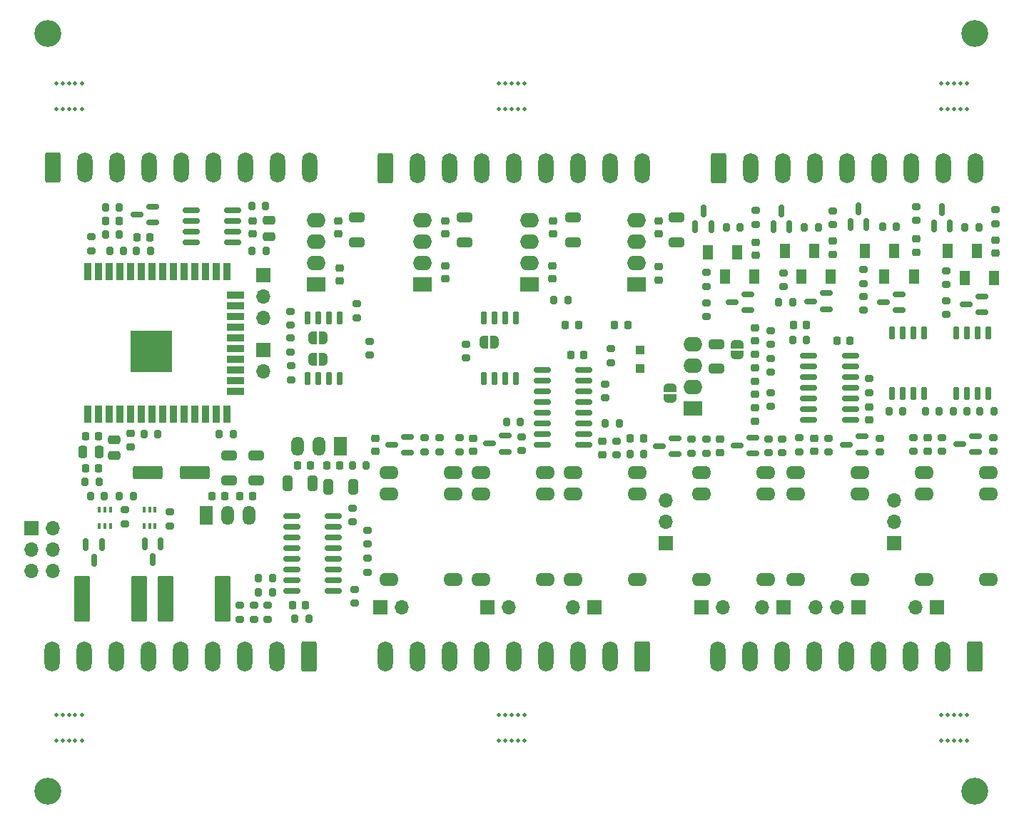
<source format=gbr>
%TF.GenerationSoftware,KiCad,Pcbnew,(6.0.4)*%
%TF.CreationDate,2022-12-17T19:50:05+01:00*%
%TF.ProjectId,bsc,6273632e-6b69-4636-9164-5f7063625858,rev?*%
%TF.SameCoordinates,Original*%
%TF.FileFunction,Soldermask,Top*%
%TF.FilePolarity,Negative*%
%FSLAX46Y46*%
G04 Gerber Fmt 4.6, Leading zero omitted, Abs format (unit mm)*
G04 Created by KiCad (PCBNEW (6.0.4)) date 2022-12-17 19:50:05*
%MOMM*%
%LPD*%
G01*
G04 APERTURE LIST*
G04 Aperture macros list*
%AMRoundRect*
0 Rectangle with rounded corners*
0 $1 Rounding radius*
0 $2 $3 $4 $5 $6 $7 $8 $9 X,Y pos of 4 corners*
0 Add a 4 corners polygon primitive as box body*
4,1,4,$2,$3,$4,$5,$6,$7,$8,$9,$2,$3,0*
0 Add four circle primitives for the rounded corners*
1,1,$1+$1,$2,$3*
1,1,$1+$1,$4,$5*
1,1,$1+$1,$6,$7*
1,1,$1+$1,$8,$9*
0 Add four rect primitives between the rounded corners*
20,1,$1+$1,$2,$3,$4,$5,0*
20,1,$1+$1,$4,$5,$6,$7,0*
20,1,$1+$1,$6,$7,$8,$9,0*
20,1,$1+$1,$8,$9,$2,$3,0*%
%AMFreePoly0*
4,1,22,0.500000,-0.750000,0.000000,-0.750000,0.000000,-0.745033,-0.079941,-0.743568,-0.215256,-0.701293,-0.333266,-0.622738,-0.424486,-0.514219,-0.481581,-0.384460,-0.499164,-0.250000,-0.500000,-0.250000,-0.500000,0.250000,-0.499164,0.250000,-0.499963,0.256109,-0.478152,0.396186,-0.417904,0.524511,-0.324060,0.630769,-0.204165,0.706417,-0.067858,0.745374,0.000000,0.744959,0.000000,0.750000,
0.500000,0.750000,0.500000,-0.750000,0.500000,-0.750000,$1*%
%AMFreePoly1*
4,1,20,0.000000,0.744959,0.073905,0.744508,0.209726,0.703889,0.328688,0.626782,0.421226,0.519385,0.479903,0.390333,0.500000,0.250000,0.500000,-0.250000,0.499851,-0.262216,0.476331,-0.402017,0.414519,-0.529596,0.319384,-0.634700,0.198574,-0.708877,0.061801,-0.746166,0.000000,-0.745033,0.000000,-0.750000,-0.500000,-0.750000,-0.500000,0.750000,0.000000,0.750000,0.000000,0.744959,
0.000000,0.744959,$1*%
G04 Aperture macros list end*
%ADD10R,1.700000X1.700000*%
%ADD11O,1.700000X1.700000*%
%ADD12RoundRect,0.250000X0.650000X-0.325000X0.650000X0.325000X-0.650000X0.325000X-0.650000X-0.325000X0*%
%ADD13C,0.500000*%
%ADD14RoundRect,0.225000X-0.250000X0.225000X-0.250000X-0.225000X0.250000X-0.225000X0.250000X0.225000X0*%
%ADD15RoundRect,0.250000X-0.475000X0.250000X-0.475000X-0.250000X0.475000X-0.250000X0.475000X0.250000X0*%
%ADD16RoundRect,0.200000X0.275000X-0.200000X0.275000X0.200000X-0.275000X0.200000X-0.275000X-0.200000X0*%
%ADD17R,1.300000X1.700000*%
%ADD18C,3.200000*%
%ADD19RoundRect,0.150000X-0.825000X-0.150000X0.825000X-0.150000X0.825000X0.150000X-0.825000X0.150000X0*%
%ADD20RoundRect,0.150000X0.150000X-0.587500X0.150000X0.587500X-0.150000X0.587500X-0.150000X-0.587500X0*%
%ADD21RoundRect,0.225000X-0.225000X-0.250000X0.225000X-0.250000X0.225000X0.250000X-0.225000X0.250000X0*%
%ADD22RoundRect,0.200000X0.200000X0.275000X-0.200000X0.275000X-0.200000X-0.275000X0.200000X-0.275000X0*%
%ADD23RoundRect,0.200000X-0.275000X0.200000X-0.275000X-0.200000X0.275000X-0.200000X0.275000X0.200000X0*%
%ADD24R,1.000000X1.000000*%
%ADD25O,2.300000X1.600000*%
%ADD26RoundRect,0.150000X0.825000X0.150000X-0.825000X0.150000X-0.825000X-0.150000X0.825000X-0.150000X0*%
%ADD27RoundRect,0.150000X0.587500X0.150000X-0.587500X0.150000X-0.587500X-0.150000X0.587500X-0.150000X0*%
%ADD28R,2.250000X1.750000*%
%ADD29O,2.250000X1.750000*%
%ADD30RoundRect,0.225000X0.225000X0.250000X-0.225000X0.250000X-0.225000X-0.250000X0.225000X-0.250000X0*%
%ADD31RoundRect,0.250000X-0.325000X-0.650000X0.325000X-0.650000X0.325000X0.650000X-0.325000X0.650000X0*%
%ADD32FreePoly0,0.000000*%
%ADD33FreePoly1,0.000000*%
%ADD34RoundRect,0.200000X-0.200000X-0.275000X0.200000X-0.275000X0.200000X0.275000X-0.200000X0.275000X0*%
%ADD35RoundRect,0.250000X-0.650000X0.325000X-0.650000X-0.325000X0.650000X-0.325000X0.650000X0.325000X0*%
%ADD36RoundRect,0.250000X-0.650000X-1.550000X0.650000X-1.550000X0.650000X1.550000X-0.650000X1.550000X0*%
%ADD37O,1.800000X3.600000*%
%ADD38RoundRect,0.218750X-0.256250X0.218750X-0.256250X-0.218750X0.256250X-0.218750X0.256250X0.218750X0*%
%ADD39R,1.500000X2.300000*%
%ADD40O,1.500000X2.300000*%
%ADD41R,0.400000X0.650000*%
%ADD42RoundRect,0.150000X0.150000X-0.650000X0.150000X0.650000X-0.150000X0.650000X-0.150000X-0.650000X0*%
%ADD43RoundRect,0.250000X0.650000X1.550000X-0.650000X1.550000X-0.650000X-1.550000X0.650000X-1.550000X0*%
%ADD44RoundRect,0.225000X0.250000X-0.225000X0.250000X0.225000X-0.250000X0.225000X-0.250000X-0.225000X0*%
%ADD45RoundRect,0.218750X-0.218750X-0.256250X0.218750X-0.256250X0.218750X0.256250X-0.218750X0.256250X0*%
%ADD46RoundRect,0.250000X-0.250000X-0.475000X0.250000X-0.475000X0.250000X0.475000X-0.250000X0.475000X0*%
%ADD47RoundRect,0.218750X0.256250X-0.218750X0.256250X0.218750X-0.256250X0.218750X-0.256250X-0.218750X0*%
%ADD48R,0.900000X2.000000*%
%ADD49R,2.000000X0.900000*%
%ADD50R,5.000000X5.000000*%
%ADD51FreePoly0,90.000000*%
%ADD52FreePoly1,90.000000*%
%ADD53RoundRect,0.150000X-0.150000X0.587500X-0.150000X-0.587500X0.150000X-0.587500X0.150000X0.587500X0*%
%ADD54RoundRect,0.150000X-0.150000X0.650000X-0.150000X-0.650000X0.150000X-0.650000X0.150000X0.650000X0*%
%ADD55RoundRect,0.250000X-1.500000X-0.550000X1.500000X-0.550000X1.500000X0.550000X-1.500000X0.550000X0*%
%ADD56RoundRect,0.218750X0.218750X0.256250X-0.218750X0.256250X-0.218750X-0.256250X0.218750X-0.256250X0*%
%ADD57RoundRect,0.250000X-0.712500X-2.475000X0.712500X-2.475000X0.712500X2.475000X-0.712500X2.475000X0*%
%ADD58RoundRect,0.250000X0.325000X0.650000X-0.325000X0.650000X-0.325000X-0.650000X0.325000X-0.650000X0*%
%ADD59RoundRect,0.250000X0.475000X-0.250000X0.475000X0.250000X-0.475000X0.250000X-0.475000X-0.250000X0*%
G04 APERTURE END LIST*
D10*
%TO.C,J14*%
X135432800Y-81584800D03*
D11*
X135432800Y-79044800D03*
X135432800Y-76504800D03*
%TD*%
D12*
%TO.C,C50*%
X56515000Y-74119000D03*
X56515000Y-71169000D03*
%TD*%
D13*
%TO.C,mouse-bite-3mm-slot*%
X142500000Y-27000000D03*
X141738000Y-30000000D03*
X140988000Y-27000000D03*
X144024000Y-27000000D03*
X142500000Y-30000000D03*
X144024000Y-30000000D03*
X143250000Y-30000000D03*
X140988000Y-30000000D03*
X143250000Y-27000000D03*
X141750000Y-27000000D03*
%TD*%
D14*
%TO.C,C11*%
X69469000Y-43294000D03*
X69469000Y-44844000D03*
%TD*%
D15*
%TO.C,C54*%
X61214000Y-43246000D03*
X61214000Y-45146000D03*
%TD*%
D16*
%TO.C,R40*%
X128115000Y-43751000D03*
X128115000Y-42101000D03*
%TD*%
D17*
%TO.C,D15*%
X127861000Y-49911000D03*
X124361000Y-49911000D03*
%TD*%
D18*
%TO.C,H1*%
X35000000Y-21000000D03*
%TD*%
D10*
%TO.C,J9*%
X74422000Y-89154000D03*
D11*
X76962000Y-89154000D03*
%TD*%
D19*
%TO.C,U11*%
X125287000Y-59309000D03*
X125287000Y-60579000D03*
X125287000Y-61849000D03*
X125287000Y-63119000D03*
X125287000Y-64389000D03*
X125287000Y-65659000D03*
X125287000Y-66929000D03*
X130237000Y-66929000D03*
X130237000Y-65659000D03*
X130237000Y-64389000D03*
X130237000Y-63119000D03*
X130237000Y-61849000D03*
X130237000Y-60579000D03*
X130237000Y-59309000D03*
%TD*%
D20*
%TO.C,Q8*%
X111826000Y-43990500D03*
X113726000Y-43990500D03*
X112776000Y-42115500D03*
%TD*%
D14*
%TO.C,C25*%
X118872000Y-59156000D03*
X118872000Y-60706000D03*
%TD*%
D21*
%TO.C,C60*%
X63995000Y-88900000D03*
X65545000Y-88900000D03*
%TD*%
D22*
%TO.C,R79*%
X61658000Y-85725000D03*
X60008000Y-85725000D03*
%TD*%
%TO.C,R67*%
X65976000Y-90551000D03*
X64326000Y-90551000D03*
%TD*%
D14*
%TO.C,C21*%
X138021000Y-45440000D03*
X138021000Y-46990000D03*
%TD*%
D18*
%TO.C,H4*%
X35000000Y-111000000D03*
%TD*%
D17*
%TO.C,D14*%
X125956000Y-46863000D03*
X122456000Y-46863000D03*
%TD*%
D14*
%TO.C,C32*%
X82169000Y-43294000D03*
X82169000Y-44844000D03*
%TD*%
D23*
%TO.C,R30*%
X122273000Y-49467000D03*
X122273000Y-51117000D03*
%TD*%
D16*
%TO.C,R6*%
X44170600Y-79260200D03*
X44170600Y-77610200D03*
%TD*%
D24*
%TO.C,TP3*%
X105232200Y-60858400D03*
%TD*%
D21*
%TO.C,C51*%
X54470000Y-75946000D03*
X56020000Y-75946000D03*
%TD*%
D19*
%TO.C,U10*%
X93664000Y-60960000D03*
X93664000Y-62230000D03*
X93664000Y-63500000D03*
X93664000Y-64770000D03*
X93664000Y-66040000D03*
X93664000Y-67310000D03*
X93664000Y-68580000D03*
X93664000Y-69850000D03*
X98614000Y-69850000D03*
X98614000Y-68580000D03*
X98614000Y-67310000D03*
X98614000Y-66040000D03*
X98614000Y-64770000D03*
X98614000Y-63500000D03*
X98614000Y-62230000D03*
X98614000Y-60960000D03*
%TD*%
D25*
%TO.C,K4*%
X120142000Y-85852000D03*
X120142000Y-75692000D03*
X120142000Y-73152000D03*
X112522000Y-73152000D03*
X112522000Y-75692000D03*
X112522000Y-85852000D03*
%TD*%
D26*
%TO.C,U7*%
X56958000Y-45847000D03*
X56958000Y-44577000D03*
X56958000Y-43307000D03*
X56958000Y-42037000D03*
X52008000Y-42037000D03*
X52008000Y-43307000D03*
X52008000Y-44577000D03*
X52008000Y-45847000D03*
%TD*%
D23*
%TO.C,R25*%
X113157000Y-53023000D03*
X113157000Y-54673000D03*
%TD*%
D22*
%TO.C,R12*%
X60896000Y-46863000D03*
X59246000Y-46863000D03*
%TD*%
D27*
%TO.C,Q2*%
X145031700Y-70774600D03*
X145031700Y-68874600D03*
X143156700Y-69824600D03*
%TD*%
%TO.C,D21*%
X127401500Y-53782000D03*
X127401500Y-51882000D03*
X125526500Y-52832000D03*
%TD*%
D16*
%TO.C,R62*%
X71628000Y-54800000D03*
X71628000Y-53150000D03*
%TD*%
D28*
%TO.C,PS2*%
X111570500Y-65583500D03*
D29*
X111570500Y-63043500D03*
X111570500Y-60503500D03*
X111570500Y-57963500D03*
%TD*%
D30*
%TO.C,C2*%
X41034000Y-72644000D03*
X39484000Y-72644000D03*
%TD*%
D14*
%TO.C,C19*%
X118999000Y-45834000D03*
X118999000Y-47384000D03*
%TD*%
D20*
%TO.C,Q10*%
X130213000Y-43736500D03*
X132113000Y-43736500D03*
X131163000Y-41861500D03*
%TD*%
D27*
%TO.C,Q7*%
X89304100Y-70698400D03*
X89304100Y-68798400D03*
X87429100Y-69748400D03*
%TD*%
D13*
%TO.C,mouse-bite-3mm-slot*%
X142500000Y-105000000D03*
X141750000Y-102000000D03*
X144024000Y-102000000D03*
X143250000Y-105000000D03*
X140988000Y-105000000D03*
X140988000Y-102000000D03*
X144024000Y-105000000D03*
X142500000Y-102000000D03*
X141738000Y-105000000D03*
X143250000Y-102000000D03*
%TD*%
D31*
%TO.C,C6*%
X63422000Y-74485500D03*
X66372000Y-74485500D03*
%TD*%
D10*
%TO.C,J5*%
X99822000Y-89154000D03*
D11*
X97282000Y-89154000D03*
%TD*%
D32*
%TO.C,JP13*%
X66406000Y-57150000D03*
D33*
X67706000Y-57150000D03*
%TD*%
D34*
%TO.C,R47*%
X134811000Y-65913000D03*
X136461000Y-65913000D03*
%TD*%
D10*
%TO.C,J10*%
X140512800Y-89154000D03*
D11*
X137972800Y-89154000D03*
%TD*%
D13*
%TO.C,mouse-bite-3mm-slot*%
X38250000Y-105000000D03*
X35988000Y-102000000D03*
X37500000Y-105000000D03*
X36738000Y-105000000D03*
X38250000Y-102000000D03*
X35988000Y-105000000D03*
X39024000Y-105000000D03*
X37500000Y-102000000D03*
X39024000Y-102000000D03*
X36750000Y-102000000D03*
%TD*%
D21*
%TO.C,C18*%
X104101600Y-69088000D03*
X105651600Y-69088000D03*
%TD*%
D23*
%TO.C,R60*%
X73152000Y-57595000D03*
X73152000Y-59245000D03*
%TD*%
D34*
%TO.C,R49*%
X123381000Y-57404000D03*
X125031000Y-57404000D03*
%TD*%
D16*
%TO.C,R70*%
X59436000Y-90614000D03*
X59436000Y-88964000D03*
%TD*%
D10*
%TO.C,J16*%
X108305600Y-81584800D03*
D11*
X108305600Y-79044800D03*
X108305600Y-76504800D03*
%TD*%
D34*
%TO.C,R33*%
X115507000Y-44069000D03*
X117157000Y-44069000D03*
%TD*%
D10*
%TO.C,J13*%
X112517000Y-89154000D03*
D11*
X115057000Y-89154000D03*
%TD*%
D35*
%TO.C,C35*%
X109601000Y-42897000D03*
X109601000Y-45847000D03*
%TD*%
D18*
%TO.C,H3*%
X145000000Y-111000000D03*
%TD*%
D17*
%TO.C,D18*%
X145260000Y-46863000D03*
X141760000Y-46863000D03*
%TD*%
D28*
%TO.C,PS5*%
X92137500Y-50800000D03*
D29*
X92137500Y-48260000D03*
X92137500Y-45720000D03*
X92137500Y-43180000D03*
%TD*%
D14*
%TO.C,C22*%
X147447000Y-45580000D03*
X147447000Y-47130000D03*
%TD*%
D17*
%TO.C,D12*%
X116812000Y-46990000D03*
X113312000Y-46990000D03*
%TD*%
D30*
%TO.C,C17*%
X98615800Y-59182000D03*
X97065800Y-59182000D03*
%TD*%
D16*
%TO.C,R8*%
X49483400Y-79502000D03*
X49483400Y-77852000D03*
%TD*%
D21*
%TO.C,C9*%
X45580000Y-45212000D03*
X47130000Y-45212000D03*
%TD*%
D36*
%TO.C,X2*%
X75055000Y-37000000D03*
D37*
X78865000Y-37000000D03*
X82675000Y-37000000D03*
X86485000Y-37000000D03*
X90295000Y-37000000D03*
X94105000Y-37000000D03*
X97915000Y-37000000D03*
X101725000Y-37000000D03*
X105535000Y-37000000D03*
%TD*%
D38*
%TO.C,D25*%
X139420600Y-69062500D03*
X139420600Y-70637500D03*
%TD*%
D35*
%TO.C,C34*%
X84455000Y-42897000D03*
X84455000Y-45847000D03*
%TD*%
D23*
%TO.C,R77*%
X71374000Y-87059000D03*
X71374000Y-88709000D03*
%TD*%
D21*
%TO.C,C15*%
X41871600Y-43332400D03*
X43421600Y-43332400D03*
%TD*%
D23*
%TO.C,R31*%
X131798000Y-49086000D03*
X131798000Y-50736000D03*
%TD*%
D16*
%TO.C,R80*%
X81457800Y-70725800D03*
X81457800Y-69075800D03*
%TD*%
D39*
%TO.C,U1*%
X69688500Y-70032500D03*
D40*
X67148500Y-70032500D03*
X64608500Y-70032500D03*
%TD*%
D16*
%TO.C,R56*%
X120777000Y-57975000D03*
X120777000Y-56325000D03*
%TD*%
D25*
%TO.C,K3*%
X131318000Y-85852000D03*
X131318000Y-75692000D03*
X131318000Y-73152000D03*
X123698000Y-73152000D03*
X123698000Y-75692000D03*
X123698000Y-85852000D03*
%TD*%
D36*
%TO.C,X1*%
X35560000Y-36957000D03*
D37*
X39370000Y-36957000D03*
X43180000Y-36957000D03*
X46990000Y-36957000D03*
X50800000Y-36957000D03*
X54610000Y-36957000D03*
X58420000Y-36957000D03*
X62230000Y-36957000D03*
X66040000Y-36957000D03*
%TD*%
D16*
%TO.C,R54*%
X122148600Y-70827400D03*
X122148600Y-69177400D03*
%TD*%
D30*
%TO.C,C53*%
X59322000Y-75946000D03*
X57772000Y-75946000D03*
%TD*%
D16*
%TO.C,R38*%
X118999000Y-43687000D03*
X118999000Y-42037000D03*
%TD*%
%TO.C,R71*%
X137693400Y-70675000D03*
X137693400Y-69025000D03*
%TD*%
D41*
%TO.C,Q13*%
X46420400Y-79500000D03*
X47070400Y-79500000D03*
X47720400Y-79500000D03*
X47720400Y-77600000D03*
X47070400Y-77600000D03*
X46420400Y-77600000D03*
%TD*%
D14*
%TO.C,C49*%
X44831000Y-68567000D03*
X44831000Y-70117000D03*
%TD*%
%TO.C,C39*%
X94919800Y-43294000D03*
X94919800Y-44844000D03*
%TD*%
D16*
%TO.C,R3*%
X40132000Y-46849800D03*
X40132000Y-45199800D03*
%TD*%
%TO.C,R50*%
X120777000Y-61277000D03*
X120777000Y-59627000D03*
%TD*%
D22*
%TO.C,R5*%
X41719000Y-75959200D03*
X40069000Y-75959200D03*
%TD*%
D13*
%TO.C,mouse-bite-3mm-slot*%
X37500000Y-30000000D03*
X35988000Y-27000000D03*
X39024000Y-30000000D03*
X36750000Y-27000000D03*
X38250000Y-30000000D03*
X36738000Y-30000000D03*
X37500000Y-27000000D03*
X39024000Y-27000000D03*
X38250000Y-27000000D03*
X35988000Y-30000000D03*
%TD*%
D42*
%TO.C,IC3*%
X65786000Y-62020000D03*
X67056000Y-62020000D03*
X68326000Y-62020000D03*
X69596000Y-62020000D03*
X69596000Y-54820000D03*
X68326000Y-54820000D03*
X67056000Y-54820000D03*
X65786000Y-54820000D03*
%TD*%
D25*
%TO.C,K7*%
X83058000Y-85852000D03*
X83058000Y-75692000D03*
X83058000Y-73152000D03*
X75438000Y-73152000D03*
X75438000Y-75692000D03*
X75438000Y-85852000D03*
%TD*%
D13*
%TO.C,mouse-bite-3mm-slot*%
X89250000Y-102000000D03*
X90000000Y-105000000D03*
X90000000Y-102000000D03*
X88488000Y-105000000D03*
X91524000Y-102000000D03*
X89238000Y-105000000D03*
X90750000Y-105000000D03*
X91524000Y-105000000D03*
X90750000Y-102000000D03*
X88488000Y-102000000D03*
%TD*%
D43*
%TO.C,X5*%
X105500000Y-95000000D03*
D37*
X101690000Y-95000000D03*
X97880000Y-95000000D03*
X94070000Y-95000000D03*
X90260000Y-95000000D03*
X86450000Y-95000000D03*
X82640000Y-95000000D03*
X78830000Y-95000000D03*
X75020000Y-95000000D03*
%TD*%
D23*
%TO.C,R10*%
X101803200Y-58471800D03*
X101803200Y-60121800D03*
%TD*%
D34*
%TO.C,R35*%
X134021000Y-43942000D03*
X135671000Y-43942000D03*
%TD*%
D13*
%TO.C,mouse-bite-3mm-slot*%
X91524000Y-30000000D03*
X90000000Y-30000000D03*
X90000000Y-27000000D03*
X90750000Y-27000000D03*
X88488000Y-27000000D03*
X91524000Y-27000000D03*
X89238000Y-30000000D03*
X90750000Y-30000000D03*
X89250000Y-27000000D03*
X88488000Y-30000000D03*
%TD*%
D10*
%TO.C,J11*%
X33065800Y-79796400D03*
D11*
X35605800Y-79796400D03*
X33065800Y-82336400D03*
X35605800Y-82336400D03*
X33065800Y-84876400D03*
X35605800Y-84876400D03*
%TD*%
D42*
%TO.C,IC4*%
X86741000Y-62020000D03*
X88011000Y-62020000D03*
X89281000Y-62020000D03*
X90551000Y-62020000D03*
X90551000Y-54820000D03*
X89281000Y-54820000D03*
X88011000Y-54820000D03*
X86741000Y-54820000D03*
%TD*%
D44*
%TO.C,C24*%
X118872000Y-63881000D03*
X118872000Y-62331000D03*
%TD*%
D14*
%TO.C,C10*%
X69596000Y-48882000D03*
X69596000Y-50432000D03*
%TD*%
%TO.C,C16*%
X59309000Y-43294000D03*
X59309000Y-44844000D03*
%TD*%
D18*
%TO.C,H2*%
X145000000Y-21000000D03*
%TD*%
D22*
%TO.C,R11*%
X60833000Y-41529000D03*
X59183000Y-41529000D03*
%TD*%
D16*
%TO.C,R32*%
X141605000Y-50863000D03*
X141605000Y-49213000D03*
%TD*%
D14*
%TO.C,C30*%
X82169000Y-48628000D03*
X82169000Y-50178000D03*
%TD*%
D34*
%TO.C,R61*%
X95060000Y-52705000D03*
X96710000Y-52705000D03*
%TD*%
D22*
%TO.C,R26*%
X123380000Y-52959000D03*
X121730000Y-52959000D03*
%TD*%
%TO.C,R72*%
X105701600Y-70993000D03*
X104051600Y-70993000D03*
%TD*%
D20*
%TO.C,Q9*%
X121097000Y-43990500D03*
X122997000Y-43990500D03*
X122047000Y-42115500D03*
%TD*%
D27*
%TO.C,Q3*%
X131597400Y-70800000D03*
X131597400Y-68900000D03*
X129722400Y-69850000D03*
%TD*%
D14*
%TO.C,C14*%
X118872000Y-55981000D03*
X118872000Y-57531000D03*
%TD*%
D34*
%TO.C,R85*%
X71121000Y-72339200D03*
X72771000Y-72339200D03*
%TD*%
D16*
%TO.C,R21*%
X79679800Y-70725800D03*
X79679800Y-69075800D03*
%TD*%
D23*
%TO.C,R20*%
X91211400Y-68923400D03*
X91211400Y-70573400D03*
%TD*%
D36*
%TO.C,X3*%
X114554000Y-37000000D03*
D37*
X118364000Y-37000000D03*
X122174000Y-37000000D03*
X125984000Y-37000000D03*
X129794000Y-37000000D03*
X133604000Y-37000000D03*
X137414000Y-37000000D03*
X141224000Y-37000000D03*
X145034000Y-37000000D03*
%TD*%
D25*
%TO.C,K2*%
X146558000Y-85852000D03*
X146558000Y-75692000D03*
X146558000Y-73152000D03*
X138938000Y-73152000D03*
X138938000Y-75692000D03*
X138938000Y-85852000D03*
%TD*%
D22*
%TO.C,R46*%
X147256000Y-65913000D03*
X145606000Y-65913000D03*
%TD*%
D34*
%TO.C,R1*%
X39434000Y-74295000D03*
X41084000Y-74295000D03*
%TD*%
D25*
%TO.C,K6*%
X93980000Y-85852000D03*
X93980000Y-75692000D03*
X93980000Y-73152000D03*
X86360000Y-73152000D03*
X86360000Y-75692000D03*
X86360000Y-85852000D03*
%TD*%
D45*
%TO.C,D1*%
X102233500Y-55626000D03*
X103808500Y-55626000D03*
%TD*%
D43*
%TO.C,X4*%
X66000000Y-95000000D03*
D37*
X62190000Y-95000000D03*
X58380000Y-95000000D03*
X54570000Y-95000000D03*
X50760000Y-95000000D03*
X46950000Y-95000000D03*
X43140000Y-95000000D03*
X39330000Y-95000000D03*
X35520000Y-95000000D03*
%TD*%
D14*
%TO.C,C20*%
X128115000Y-45707000D03*
X128115000Y-47257000D03*
%TD*%
D12*
%TO.C,C52*%
X59690000Y-74119000D03*
X59690000Y-71169000D03*
%TD*%
D16*
%TO.C,R57*%
X63779400Y-58864000D03*
X63779400Y-57214000D03*
%TD*%
%TO.C,R69*%
X57785000Y-90614000D03*
X57785000Y-88964000D03*
%TD*%
D20*
%TO.C,Q11*%
X140147000Y-43863500D03*
X142047000Y-43863500D03*
X141097000Y-41988500D03*
%TD*%
D17*
%TO.C,D19*%
X147292000Y-50038000D03*
X143792000Y-50038000D03*
%TD*%
D35*
%TO.C,C12*%
X71628000Y-42897000D03*
X71628000Y-45847000D03*
%TD*%
D34*
%TO.C,R73*%
X89421200Y-67157600D03*
X91071200Y-67157600D03*
%TD*%
D32*
%TO.C,JP27*%
X86726000Y-57658000D03*
D33*
X88026000Y-57658000D03*
%TD*%
D22*
%TO.C,R22*%
X102806000Y-67310000D03*
X101156000Y-67310000D03*
%TD*%
D14*
%TO.C,C31*%
X107442000Y-48755000D03*
X107442000Y-50305000D03*
%TD*%
D22*
%TO.C,R78*%
X61658000Y-87376000D03*
X60008000Y-87376000D03*
%TD*%
%TO.C,R14*%
X43471600Y-41656000D03*
X41821600Y-41656000D03*
%TD*%
D30*
%TO.C,C7*%
X69609000Y-72326500D03*
X68059000Y-72326500D03*
%TD*%
D10*
%TO.C,J2*%
X60553600Y-49697400D03*
D11*
X60553600Y-52237400D03*
X60553600Y-54777400D03*
%TD*%
D43*
%TO.C,X6*%
X145000000Y-95000000D03*
D37*
X141190000Y-95000000D03*
X137380000Y-95000000D03*
X133570000Y-95000000D03*
X129760000Y-95000000D03*
X125950000Y-95000000D03*
X122140000Y-95000000D03*
X118330000Y-95000000D03*
X114520000Y-95000000D03*
%TD*%
D10*
%TO.C,J4*%
X60553600Y-58618200D03*
D11*
X60553600Y-61158200D03*
%TD*%
D23*
%TO.C,R82*%
X113106200Y-69216000D03*
X113106200Y-70866000D03*
%TD*%
%TO.C,R28*%
X141605000Y-52769000D03*
X141605000Y-54419000D03*
%TD*%
%TO.C,R27*%
X131798000Y-52261000D03*
X131798000Y-53911000D03*
%TD*%
D16*
%TO.C,R83*%
X102438200Y-71081400D03*
X102438200Y-69431400D03*
%TD*%
D35*
%TO.C,C29*%
X114300000Y-57910200D03*
X114300000Y-60860200D03*
%TD*%
D27*
%TO.C,D4*%
X47419500Y-43495000D03*
X47419500Y-41595000D03*
X45544500Y-42545000D03*
%TD*%
D23*
%TO.C,R53*%
X127611900Y-69089000D03*
X127611900Y-70739000D03*
%TD*%
D10*
%TO.C,J12*%
X122275600Y-89154000D03*
D11*
X119735600Y-89154000D03*
%TD*%
D34*
%TO.C,R4*%
X42329600Y-46863000D03*
X43979600Y-46863000D03*
%TD*%
D28*
%TO.C,PS3*%
X79437500Y-50800000D03*
D29*
X79437500Y-48260000D03*
X79437500Y-45720000D03*
X79437500Y-43180000D03*
%TD*%
D46*
%TO.C,C5*%
X39182000Y-70739000D03*
X41082000Y-70739000D03*
%TD*%
D38*
%TO.C,D29*%
X85471000Y-69113300D03*
X85471000Y-70688300D03*
%TD*%
D47*
%TO.C,D30*%
X73888600Y-70688300D03*
X73888600Y-69113300D03*
%TD*%
D27*
%TO.C,Q5*%
X118615700Y-70901600D03*
X118615700Y-69001600D03*
X116740700Y-69951600D03*
%TD*%
D48*
%TO.C,U2*%
X39745000Y-66285000D03*
X41015000Y-66285000D03*
X42285000Y-66285000D03*
X43555000Y-66285000D03*
X44825000Y-66285000D03*
X46095000Y-66285000D03*
X47365000Y-66285000D03*
X48635000Y-66285000D03*
X49905000Y-66285000D03*
X51175000Y-66285000D03*
X52445000Y-66285000D03*
X53715000Y-66285000D03*
X54985000Y-66285000D03*
X56255000Y-66285000D03*
D49*
X57255000Y-63500000D03*
X57255000Y-62230000D03*
X57255000Y-60960000D03*
X57255000Y-59690000D03*
X57255000Y-58420000D03*
X57255000Y-57150000D03*
X57255000Y-55880000D03*
X57255000Y-54610000D03*
X57255000Y-53340000D03*
X57255000Y-52070000D03*
D48*
X56255000Y-49285000D03*
X54985000Y-49285000D03*
X53715000Y-49285000D03*
X52445000Y-49285000D03*
X51175000Y-49285000D03*
X49905000Y-49285000D03*
X48635000Y-49285000D03*
X47365000Y-49285000D03*
X46095000Y-49285000D03*
X44825000Y-49285000D03*
X43555000Y-49285000D03*
X42285000Y-49285000D03*
X41015000Y-49285000D03*
X39745000Y-49285000D03*
D50*
X47245000Y-58785000D03*
%TD*%
D41*
%TO.C,Q1*%
X41107600Y-79512200D03*
X41757600Y-79512200D03*
X42407600Y-79512200D03*
X42407600Y-77612200D03*
X41757600Y-77612200D03*
X41107600Y-77612200D03*
%TD*%
D32*
%TO.C,JP20*%
X66406000Y-59690000D03*
D33*
X67706000Y-59690000D03*
%TD*%
D51*
%TO.C,JP5*%
X116789200Y-59222400D03*
D52*
X116789200Y-57922400D03*
%TD*%
D10*
%TO.C,J15*%
X131176000Y-89154000D03*
D11*
X128636000Y-89154000D03*
X126096000Y-89154000D03*
%TD*%
D24*
%TO.C,TP1*%
X105232200Y-58648600D03*
%TD*%
D16*
%TO.C,R17*%
X120523000Y-70827400D03*
X120523000Y-69177400D03*
%TD*%
D53*
%TO.C,Q12*%
X41412200Y-81752700D03*
X39512200Y-81752700D03*
X40462200Y-83627700D03*
%TD*%
D16*
%TO.C,R16*%
X133707900Y-70739000D03*
X133707900Y-69089000D03*
%TD*%
D23*
%TO.C,R29*%
X113157000Y-49403000D03*
X113157000Y-51053000D03*
%TD*%
D16*
%TO.C,R76*%
X72898000Y-85026000D03*
X72898000Y-83376000D03*
%TD*%
%TO.C,R15*%
X147142200Y-70649600D03*
X147142200Y-68999600D03*
%TD*%
D23*
%TO.C,R68*%
X61087000Y-88964000D03*
X61087000Y-90614000D03*
%TD*%
D27*
%TO.C,Q6*%
X109420900Y-71006500D03*
X109420900Y-69106500D03*
X107545900Y-70056500D03*
%TD*%
D26*
%TO.C,U20*%
X68896000Y-87249000D03*
X68896000Y-85979000D03*
X68896000Y-84709000D03*
X68896000Y-83439000D03*
X68896000Y-82169000D03*
X68896000Y-80899000D03*
X68896000Y-79629000D03*
X68896000Y-78359000D03*
X63946000Y-78359000D03*
X63946000Y-79629000D03*
X63946000Y-80899000D03*
X63946000Y-82169000D03*
X63946000Y-83439000D03*
X63946000Y-84709000D03*
X63946000Y-85979000D03*
X63946000Y-87249000D03*
%TD*%
D22*
%TO.C,R55*%
X56996600Y-68580000D03*
X55346600Y-68580000D03*
%TD*%
D25*
%TO.C,K5*%
X104902000Y-85852000D03*
X104902000Y-75692000D03*
X104902000Y-73152000D03*
X97282000Y-73152000D03*
X97282000Y-75692000D03*
X97282000Y-85852000D03*
%TD*%
D14*
%TO.C,C38*%
X94869000Y-48641000D03*
X94869000Y-50191000D03*
%TD*%
D53*
%TO.C,Q14*%
X48401400Y-81676500D03*
X46501400Y-81676500D03*
X47451400Y-83551500D03*
%TD*%
D22*
%TO.C,R2*%
X47180000Y-46863000D03*
X45530000Y-46863000D03*
%TD*%
D21*
%TO.C,C8*%
X64617000Y-72326500D03*
X66167000Y-72326500D03*
%TD*%
D27*
%TO.C,Q4*%
X77696300Y-70850800D03*
X77696300Y-68950800D03*
X75821300Y-69900800D03*
%TD*%
D14*
%TO.C,C26*%
X132461000Y-65392000D03*
X132461000Y-66942000D03*
%TD*%
D16*
%TO.C,R42*%
X138021000Y-43243000D03*
X138021000Y-41593000D03*
%TD*%
%TO.C,R74*%
X71120000Y-79057000D03*
X71120000Y-77407000D03*
%TD*%
D23*
%TO.C,R24*%
X63779400Y-54013600D03*
X63779400Y-55663600D03*
%TD*%
D17*
%TO.C,D16*%
X131925000Y-46863000D03*
X135425000Y-46863000D03*
%TD*%
D21*
%TO.C,C3*%
X39484000Y-68834000D03*
X41034000Y-68834000D03*
%TD*%
D16*
%TO.C,R18*%
X111404400Y-70866000D03*
X111404400Y-69216000D03*
%TD*%
%TO.C,R59*%
X84582000Y-59563000D03*
X84582000Y-57913000D03*
%TD*%
D47*
%TO.C,D28*%
X100761800Y-71043900D03*
X100761800Y-69468900D03*
%TD*%
D21*
%TO.C,C23*%
X123431000Y-55626000D03*
X124981000Y-55626000D03*
%TD*%
D34*
%TO.C,R34*%
X124750000Y-44069000D03*
X126400000Y-44069000D03*
%TD*%
D28*
%TO.C,PS4*%
X104837500Y-50800000D03*
D29*
X104837500Y-48260000D03*
X104837500Y-45720000D03*
X104837500Y-43180000D03*
%TD*%
D17*
%TO.C,D13*%
X118844000Y-49911000D03*
X115344000Y-49911000D03*
%TD*%
D10*
%TO.C,J8*%
X87117000Y-89154000D03*
D11*
X89657000Y-89154000D03*
%TD*%
D23*
%TO.C,R81*%
X124180600Y-69075800D03*
X124180600Y-70725800D03*
%TD*%
D54*
%TO.C,IC2*%
X146558000Y-56598000D03*
X145288000Y-56598000D03*
X144018000Y-56598000D03*
X142748000Y-56598000D03*
X142748000Y-63798000D03*
X144018000Y-63798000D03*
X145288000Y-63798000D03*
X146558000Y-63798000D03*
%TD*%
D34*
%TO.C,R36*%
X143828000Y-44069000D03*
X145478000Y-44069000D03*
%TD*%
D23*
%TO.C,R51*%
X120777000Y-63691000D03*
X120777000Y-65341000D03*
%TD*%
D14*
%TO.C,C13*%
X118872000Y-65506000D03*
X118872000Y-67056000D03*
%TD*%
D23*
%TO.C,R23*%
X101092000Y-62675000D03*
X101092000Y-64325000D03*
%TD*%
D51*
%TO.C,JP6*%
X108839000Y-64404000D03*
D52*
X108839000Y-63104000D03*
%TD*%
D55*
%TO.C,C48*%
X46857000Y-73152000D03*
X52457000Y-73152000D03*
%TD*%
D27*
%TO.C,D20*%
X118031500Y-53909000D03*
X118031500Y-52009000D03*
X116156500Y-52959000D03*
%TD*%
D34*
%TO.C,R66*%
X46419000Y-68580000D03*
X48069000Y-68580000D03*
%TD*%
D22*
%TO.C,R13*%
X43471600Y-44932600D03*
X41821600Y-44932600D03*
%TD*%
%TO.C,R7*%
X45148000Y-75946000D03*
X43498000Y-75946000D03*
%TD*%
D16*
%TO.C,R44*%
X147447000Y-43624000D03*
X147447000Y-41974000D03*
%TD*%
%TO.C,R75*%
X72898000Y-81661000D03*
X72898000Y-80011000D03*
%TD*%
D56*
%TO.C,D11*%
X97966500Y-55626000D03*
X96391500Y-55626000D03*
%TD*%
D27*
%TO.C,D23*%
X145844500Y-54163000D03*
X145844500Y-52263000D03*
X143969500Y-53213000D03*
%TD*%
D57*
%TO.C,TH1*%
X39030500Y-88138000D03*
X45805500Y-88138000D03*
%TD*%
D17*
%TO.C,D17*%
X137739000Y-49911000D03*
X134239000Y-49911000D03*
%TD*%
D22*
%TO.C,R45*%
X140779000Y-65913000D03*
X139129000Y-65913000D03*
%TD*%
D57*
%TO.C,TH2*%
X48936500Y-88138000D03*
X55711500Y-88138000D03*
%TD*%
D58*
%TO.C,C1*%
X71198000Y-74866500D03*
X68248000Y-74866500D03*
%TD*%
D16*
%TO.C,R52*%
X132461000Y-63690000D03*
X132461000Y-62040000D03*
%TD*%
D14*
%TO.C,C33*%
X107442000Y-43294000D03*
X107442000Y-44844000D03*
%TD*%
D59*
%TO.C,C4*%
X42900600Y-71155600D03*
X42900600Y-69255600D03*
%TD*%
D27*
%TO.C,D22*%
X136037500Y-53909000D03*
X136037500Y-52009000D03*
X134162500Y-52959000D03*
%TD*%
D38*
%TO.C,D27*%
X114782600Y-69240200D03*
X114782600Y-70815200D03*
%TD*%
D35*
%TO.C,C42*%
X97282000Y-42897000D03*
X97282000Y-45847000D03*
%TD*%
D16*
%TO.C,R58*%
X63830200Y-62178200D03*
X63830200Y-60528200D03*
%TD*%
D38*
%TO.C,D26*%
X125907800Y-69113300D03*
X125907800Y-70688300D03*
%TD*%
D39*
%TO.C,U19*%
X53755500Y-78303500D03*
D40*
X56295500Y-78303500D03*
X58835500Y-78303500D03*
%TD*%
D23*
%TO.C,R84*%
X83845400Y-69075800D03*
X83845400Y-70725800D03*
%TD*%
D30*
%TO.C,C27*%
X130188000Y-57531000D03*
X128638000Y-57531000D03*
%TD*%
D34*
%TO.C,R48*%
X142431000Y-65913000D03*
X144081000Y-65913000D03*
%TD*%
D23*
%TO.C,R9*%
X141046200Y-69025000D03*
X141046200Y-70675000D03*
%TD*%
D54*
%TO.C,IC1*%
X138938000Y-56598000D03*
X137668000Y-56598000D03*
X136398000Y-56598000D03*
X135128000Y-56598000D03*
X135128000Y-63798000D03*
X136398000Y-63798000D03*
X137668000Y-63798000D03*
X138938000Y-63798000D03*
%TD*%
D28*
%TO.C,PS1*%
X66864500Y-50851500D03*
D29*
X66864500Y-48311500D03*
X66864500Y-45771500D03*
X66864500Y-43231500D03*
%TD*%
M02*

</source>
